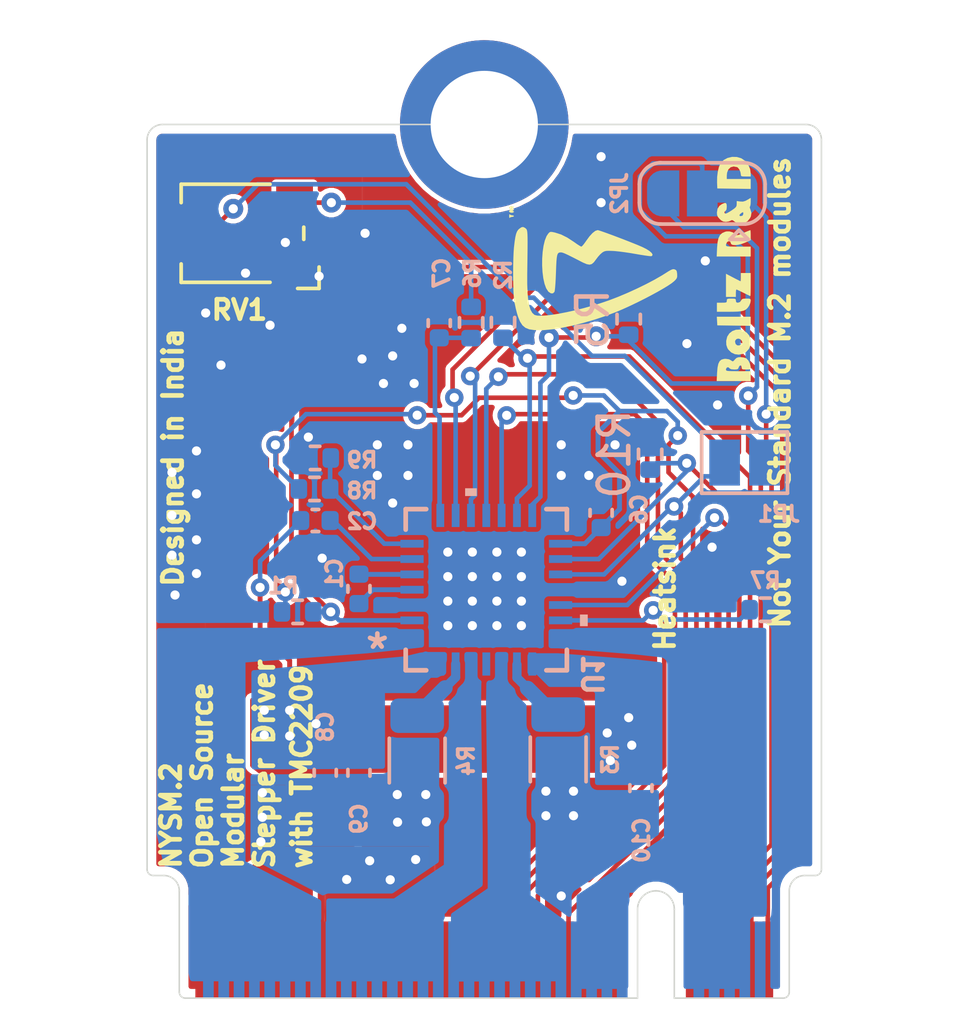
<source format=kicad_pcb>
(kicad_pcb (version 20240108) (generator "pcbnew") (generator_version "8.0")
  (title_block (title "NYSM.2 TMC2209 Module with External Sense Resistors") (date "2024-11-08") (rev "3") (company "Boltz R&D") (comment 1 "Licensed under GPL V3") (comment 2 "Open Source Modular Stepper Standard"))
  (layers (0 "F.Cu" signal) (31 "B.Cu" signal) (34 "B.Paste" user) (35 "F.Paste" user) (36 "B.SilkS" user "B.Silkscreen") (37 "F.SilkS" user "F.Silkscreen") (38 "B.Mask" user) (39 "F.Mask" user) (44 "Edge.Cuts" user))
  (net 0 "")
  (net 1 "Net-(U1-CPO)")
  (net 2 "Net-(U1-CPI)")
  (net 3 "Net-(U1-VCP)")
  (net 4 "POW_MOT")
  (net 5 "VCC_IO")
  (net 6 "GND")
  (net 7 "5V_OUT")
  (net 8 "EN")
  (net 9 "CLK")
  (net 10 "Net-(R6-Pad2)")
  (net 11 "STDBY")
  (net 12 "SPREAD")
  (net 13 "DIAG")
  (net 14 "MS1")
  (net 15 "A2")
  (net 17 "A1")
  (net 18 "DIR")
  (net 19 "STEP")
  (net 20 "MS2")
  (net 21 "B1")
  (net 22 "INDEX")
  (net 23 "B2")
  (net 25 "Net-(JP1-A)")
  (net 26 "__VREF__")
  (net 28 "UART_TX")
  (net 29 "UART_RX")
  (net 32 "Net-(JP2-C)")
  (net 33 "Net-(U1-BRA)")
  (net 34 "Net-(U1-BRB)")
  (net 35 "SPREAD_NC")
  (footprint "Logo:BoltzRndLogo10mm" (layer "F.Cu") (at 149.490304 106.9492 90)
    (property "Reference" "G***" (hide yes))
    (property "Value" "LOGO" (hide yes))
  )
  (footprint "NYSM2-Card-B-Key:NYSM2-Card-B-Key" (layer "F.Cu") (at 144.78 130.9)
    (property "Reference" "U2" (hide yes))
    (property "Value" "M.2-B-KEY" (hide yes))
    (fp_line (start -11 -28) (end -11 -4.2) (stroke (width 0.05)) (layer "Edge.Cuts"))
    (fp_line (start -10.8 -4) (end -10.45 -4) (stroke (width 0.05)) (layer "Edge.Cuts"))
    (fp_line (start -9.95 -3.5) (end -9.95 -0.2) (stroke (width 0.05)) (layer "Edge.Cuts"))
    (fp_line (start -9.75 0) (end 5 0) (stroke (width 0.05)) (layer "Edge.Cuts"))
    (fp_line (start 5 -2.9) (end 5 0) (stroke (width 0.05)) (layer "Edge.Cuts"))
    (fp_line (start 6.2 -2.9) (end 6.2 0) (stroke (width 0.05)) (layer "Edge.Cuts"))
    (fp_line (start 6.2 0) (end 9.75 0) (stroke (width 0.05)) (layer "Edge.Cuts"))
    (fp_line (start 9.95 -0.2) (end 9.95 -3.5) (stroke (width 0.05)) (layer "Edge.Cuts"))
    (fp_line (start 10.45 -4) (end 10.8 -4) (stroke (width 0.05)) (layer "Edge.Cuts"))
    (fp_line (start 10.5 -28.5) (end -10.5 -28.5) (stroke (width 0.05)) (layer "Edge.Cuts"))
    (fp_line (start 11 -4.2) (end 11 -28) (stroke (width 0.05)) (layer "Edge.Cuts"))
    (fp_arc (start -11 -28) (mid -10.853553 -28.353553) (end -10.5 -28.5) (stroke (width 0.05)) (layer "Edge.Cuts"))
    (fp_arc (start -10.8 -4) (mid -10.941421 -4.058579) (end -11 -4.2) (stroke (width 0.05)) (layer "Edge.Cuts"))
    (fp_arc (start -10.45 -4) (mid -10.096447 -3.853553) (end -9.95 -3.5) (stroke (width 0.05)) (layer "Edge.Cuts"))
    (fp_arc (start -9.75 0) (mid -9.891421 -0.058579) (end -9.95 -0.2) (stroke (width 0.05)) (layer "Edge.Cuts"))
    (fp_arc (start 5 -2.9) (mid 5.175736 -3.324264) (end 5.6 -3.5) (stroke (width 0.05)) (layer "Edge.Cuts"))
    (fp_arc (start 5.6 -3.5) (mid 6.024264 -3.324264) (end 6.2 -2.9) (stroke (width 0.05)) (layer "Edge.Cuts"))
    (fp_arc (start 9.95 -3.5) (mid 10.096447 -3.853553) (end 10.45 -4) (stroke (width 0.05)) (layer "Edge.Cuts"))
    (fp_arc (start 9.95 -0.2) (mid 9.891421 -0.058579) (end 9.75 0) (stroke (width 0.05)) (layer "Edge.Cuts"))
    (fp_arc (start 10.5 -28.5) (mid 10.853553 -28.353553) (end 11 -28) (stroke (width 0.05)) (layer "Edge.Cuts"))
    (fp_arc (start 11 -4.2) (mid 10.941421 -4.058579) (end 10.8 -4) (stroke (width 0.05)) (layer "Edge.Cuts"))
  )
  (footprint "Potentiometer_SMD:Potentiometer_Bourns_TC33X_Vertical" (layer "F.Cu") (at 136.7914 105.9492 180)
    (property "Reference" "RV1")
    (property "Value" "20K")
  )
  (footprint "Resistor_SMD:R_0402_1005Metric" (layer "B.Cu") (at 149.4914 108.7492 -90)
    (property "Reference" "R5")
    (property "Value" "20K")
  )
  (footprint "Resistor_SMD:R_0402_1005Metric" (layer "B.Cu") (at 139.2614 113.2792)
    (property "Reference" "R9")
    (property "Value" "NC")
  )
  (footprint "Resistor_SMD:R_0402_1005Metric" (layer "B.Cu") (at 150.1914 113.1492 -90)
    (property "Reference" "R10")
    (property "Value" "20K")
  )
  (footprint "Capacitor_SMD:C_0402_1005Metric" (layer "B.Cu") (at 140.6914 123.5492 -90)
    (property "Reference" "C9")
    (property "Value" "100nF/50V")
  )
  (footprint "Capacitor_SMD:C_0402_1005Metric" (layer "B.Cu") (at 140.6914 117.5492 90)
    (property "Reference" "C1")
    (property "Value" "22nF/50V")
  )
  (footprint "Resistor_SMD:R_1206_3216Metric" (layer "B.Cu") (at 147.1914 123.1117 90)
    (property "Reference" "R3")
    (property "Value" "0R100")
  )
  (footprint "Resistor_SMD:R_0402_1005Metric" (layer "B.Cu") (at 144.3514 108.8592 90)
    (property "Reference" "R6")
    (property "Value" "20K")
  )
  (footprint "Capacitor_SMD:C_0402_1005Metric" (layer "B.Cu") (at 149.8914 124.0492 -90)
    (property "Reference" "C10")
    (property "Value" "100nF/50V")
  )
  (footprint "Resistor_SMD:R_0402_1005Metric" (layer "B.Cu") (at 138.6914 118.2992)
    (property "Reference" "R1")
    (property "Value" "20K")
  )
  (footprint "Resistor_SMD:R_0402_1005Metric" (layer "B.Cu") (at 145.3914 108.8492 -90)
    (property "Reference" "R2")
    (property "Value" "20K")
  )
  (footprint "Resistor_SMD:R_1206_3216Metric" (layer "B.Cu") (at 142.5914 123.1492 90)
    (property "Reference" "R4")
    (property "Value" "0R100")
  )
  (footprint "Resistor_SMD:R_0402_1005Metric" (layer "B.Cu") (at 139.2414 114.2892 180)
    (property "Reference" "R8")
    (property "Value" "NC")
  )
  (footprint "TMC2209:QFN28_5X5_TRI" (layer "B.Cu") (at 144.8459 117.5766)
    (property "Reference" "U1")
    (property "Value" "TMC2209")
  )
  (footprint "Capacitor_SMD:C_0402_1005Metric" (layer "B.Cu") (at 139.5914 123.5492 -90)
    (property "Reference" "C8")
    (property "Value" "1uF/50V")
  )
  (footprint "Resistor_SMD:R_0402_1005Metric" (layer "B.Cu") (at 153.9514 118.2292 180)
    (property "Reference" "R7")
    (property "Value" "100K")
  )
  (footprint "Jumper:SolderJumper-3_P1.3mm_Bridged12_RoundedPad1.0x1.5mm" (layer "B.Cu") (at 151.8914 104.6492 180)
    (property "Reference" "JP2")
    (property "Value" "UARTSel")
  )
  (footprint "Capacitor_SMD:C_0402_1005Metric" (layer "B.Cu") (at 143.3114 108.8792 -90)
    (property "Reference" "C7")
    (property "Value" "4.7uF 10V")
  )
  (footprint "Capacitor_SMD:C_0402_1005Metric" (layer "B.Cu") (at 139.2714 115.3192 180)
    (property "Reference" "C2")
    (property "Value" "100nF/50V")
  )
  (footprint "Jumper:SolderJumper-2_P1.3mm_Open_Pad1.0x1.5mm" (layer "B.Cu") (at 153.2714 113.4292 180)
    (property "Reference" "JP1")
    (property "Value" "~")
  )
  (footprint "Capacitor_SMD:C_0402_1005Metric" (layer "B.Cu") (at 148.5914 115.0692 -90)
    (property "Reference" "C6")
    (property "Value" "100nF/50V")
  )
  (gr_text "Heatsink" (at 151.0414 119.6492 90) (layer "F.SilkS") (effects (font (size 0.63 0.63) (thickness 0.153) (bold yes)) (justify left bottom)))
  (gr_text "with TMC2209" (at 139.1914 126.7492 90) (layer "F.SilkS") (effects (font (size 0.63 0.63) (thickness 0.153) (bold yes)) (justify left bottom)))
  (gr_text "NYSM.2\nOpen Source\nModular\nStepper Driver" (at 137.9714 126.7492 90) (layer "F.SilkS") (effects (font (size 0.63 0.63) (thickness 0.153) (bold yes)) (justify left bottom)))
  (gr_text "Not Your Standard M.2 modules" (at 154.7914 111.1492 90) (layer "F.SilkS") (effects (font (size 0.63 0.63) (thickness 0.153) (bold yes)) (justify bottom)))
  (gr_text "Designed in India" (at 134.9914 117.5492 90) (layer "F.SilkS") (effects (font (size 0.63 0.63) (thickness 0.153) (bold yes)) (justify left bottom)))
  (segment (start 141.144 117.5766) (end 142.4226 117.5766) (width 0.16) (layer "B.Cu") (net 1))
  (segment (start 140.6914 118.0292) (end 141.144 117.5766) (width 0.16) (layer "B.Cu") (net 1))
  (segment (start 140.698801 117.076601) (end 140.6914 117.0692) (width 0.16) (layer "B.Cu") (net 2))
  (segment (start 142.4226 117.076601) (end 140.698801 117.076601) (width 0.16) (layer "B.Cu") (net 2))
  (segment (start 142.4226 116.576599) (end 141.104553 116.576599) (width 0.15) (layer "B.Cu") (net 3))
  (segment (start 139.847154 115.3192) (end 139.7514 115.3192) (width 0.15) (layer "B.Cu") (net 3))
  (segment (start 141.104553 116.576599) (end 139.847154 115.3192) (width 0.15) (layer "B.Cu") (net 3))
  (segment (start 138.4314 119.8892) (end 138.4314 121.5092) (width 0.16) (layer "F.Cu") (net 4))
  (segment (start 137.4664 117.50259) (end 137.4664 118.9242) (width 0.16) (layer "F.Cu") (net 4))
  (segment (start 137.4664 118.9242) (end 138.4314 119.8892) (width 0.16) (layer "F.Cu") (net 4))
  (via (at 149.4914 121.7492) (size 0.65) (drill 0.3) (layers "F.Cu" "B.Cu") (net 4))
  (via (at 138.4314 121.5092) (size 0.6) (drill 0.3) (layers "F.Cu" "B.Cu") (net 4))
  (via (at 148.7914 122.2492) (size 0.65) (drill 0.3) (layers "F.Cu" "B.Cu") (net 4))
  (via (at 137.4664 117.50259) (size 0.6) (drill 0.3) (layers "F.Cu" "B.Cu") (net 4))
  (via (at 138.4314 122.3492) (size 0.6) (drill 0.3) (layers "F.Cu" "B.Cu") (net 4))
  (via (at 137.6014 122.3192) (size 0.6) (drill 0.3) (layers "F.Cu" "B.Cu") (net 4))
  (via (at 148.8914 123.1492) (size 0.65) (drill 0.3) (layers "F.Cu" "B.Cu") (net 4))
  (via (at 139.2914 121.9492) (size 0.6) (drill 0.3) (layers "F.Cu" "B.Cu") (net 4))
  (via (at 149.5914 122.6492) (size 0.65) (drill 0.3) (layers "F.Cu" "B.Cu") (net 4))
  (via (at 137.6014 121.5092) (size 0.6) (drill 0.3) (layers "F.Cu" "B.Cu") (net 4))
  (segment (start 137.4664 116.6442) (end 138.7914 115.3192) (width 0.15) (layer "B.Cu") (net 4))
  (segment (start 137.4664 117.50259) (end 137.4664 116.6442) (width 0.15) (layer "B.Cu") (net 4))
  (segment (start 137.9664 112.8492) (end 137.9914 112.8742) (width 0.15) (layer "F.Cu") (net 5))
  (segment (start 150.7914 113.7492) (end 151.5914 114.5492) (width 0.15) (layer "F.Cu") (net 5))
  (segment (start 151.5914 116.4192) (end 152.0514 116.8792) (width 0.15) (layer "F.Cu") (net 5))
  (segment (start 152.0514 123.613464) (end 147.53 128.134864) (width 0.15) (layer "F.Cu") (net 5))
  (segment (start 147.53 128.134864) (end 147.53 129.65) (width 0.15) (layer "F.Cu") (net 5))
  (segment (start 137.9914 112.8742) (end 137.9914 117.3492) (width 0.15) (layer "F.Cu") (net 5))
  (segment (start 144.609573 111.3142) (end 147.6064 111.3142) (width 0.15) (layer "F.Cu") (net 5))
  (segment (start 151.0914 112.5492) (end 150.7914 112.8492) (width 0.15) (layer "F.Cu") (net 5))
  (segment (start 142.5914 111.8842) (end 144.039573 111.8842) (width 0.15) (layer "F.Cu") (net 5))
  (segment (start 150.7914 112.8492) (end 150.7914 113.7492) (width 0.15) (layer "F.Cu") (net 5))
  (segment (start 137.9914 117.3492) (end 138.2914 117.6492) (width 0.15) (layer "F.Cu") (net 5))
  (segment (start 144.039573 111.8842) (end 144.609573 111.3142) (width 0.15) (layer "F.Cu") (net 5))
  (segment (start 151.5914 114.5492) (end 151.5914 116.4192) (width 0.15) (layer "F.Cu") (net 5))
  (segment (start 152.0514 116.8792) (end 152.0514 123.613464) (width 0.15) (layer "F.Cu") (net 5))
  (segment (start 147.6064 111.3142) (end 147.6814 111.2392) (width 0.15) (layer "F.Cu") (net 5))
  (via (at 147.6814 111.2392) (size 0.6) (drill 0.3) (layers "F.Cu" "B.Cu") (net 5))
  (via (at 137.9664 112.8492) (size 0.6) (drill 0.3) (layers "F.Cu" "B.Cu") (net 5))
  (via (at 151.0914 112.5492) (size 0.6) (drill 0.3) (layers "F.Cu" "B.Cu") (net 5))
  (via (at 142.5914 111.8842) (size 0.6) (drill 0.3) (layers "F.Cu" "B.Cu") (net 5))
  (via (at 138.2914 117.6492) (size 0.6) (drill 0.3) (layers "F.Cu" "B.Cu") (net 5))
  (segment (start 150.7414 111.7492) (end 151.0914 112.0992) (width 0.15) (layer "B.Cu") (net 5))
  (segment (start 138.2914 117.6492) (end 138.2914 118.1892) (width 0.15) (layer "B.Cu") (net 5))
  (segment (start 148.6814 111.2392) (end 147.6814 111.2392) (width 0.15) (layer "B.Cu") (net 5))
  (segment (start 138.2914 118.1892) (end 138.1814 118.2992) (width 0.15) (layer "B.Cu") (net 5))
  (segment (start 149.1914 111.7492) (end 148.6814 111.2392) (width 0.15) (layer "B.Cu") (net 5))
  (segment (start 148.4914 112.4492) (end 148.4914 113.079089) (width 0.16) (layer "B.Cu") (net 5))
  (segment (start 137.9664 112.8492) (end 138.9664 111.8492) (width 0.15) (layer "B.Cu") (net 5))
  (segment (start 149.1914 111.7492) (end 150.7414 111.7492) (width 0.15) (layer "B.Cu") (net 5))
  (segment (start 137.9664 113.5242) (end 138.7314 114.2892) (width 0.15) (layer "B.Cu") (net 5))
  (segment (start 149.1914 114.9492) (end 148.5914 115.5492) (width 0.16) (layer "B.Cu") (net 5))
  (segment (start 147.2692 116.0766) (end 148.064 116.0766) (width 0.16) (layer "B.Cu") (net 5))
  (segment (start 137.9664 112.8492) (end 137.9664 113.5242) (width 0.15) (layer "B.Cu") (net 5))
  (segment (start 142.5564 111.8492) (end 142.5914 111.8842) (width 0.15) (layer "B.Cu") (net 5))
  (segment (start 149.1914 113.779089) (end 149.1914 114.9492) (width 0.16) (layer "B.Cu") (net 5))
  (segment (start 148.064 116.0766) (end 148.5914 115.5492) (width 0.16) (layer "B.Cu") (net 5))
  (segment (start 151.0914 112.0992) (end 151.0914 112.5492) (width 0.15) (layer "B.Cu") (net 5))
  (segment (start 148.4914 113.079089) (end 149.1914 113.779089) (width 0.16) (layer "B.Cu") (net 5))
  (segment (start 138.9664 111.8492) (end 142.5564 111.8492) (width 0.15) (layer "B.Cu") (net 5))
  (segment (start 149.1914 111.7492) (end 148.4914 112.4492) (width 0.16) (layer "B.Cu") (net 5))
  (segment (start 147.03 127.82907) (end 147.03 129.65) (width 0.15) (layer "F.Cu") (net 6))
  (segment (start 152.4014 116.3792) (end 152.4014 123.747771) (width 0.15) (layer "F.Cu") (net 6))
  (segment (start 147.2914 127.56767) (end 147.03 127.82907) (width 0.15) (layer "F.Cu") (net 6))
  (segment (start 148.03 128.119171) (end 148.03 129.65) (width 0.15) (layer "F.Cu") (net 6))
  (segment (start 152.2114 116.1892) (end 152.4014 116.3792) (width 0.15) (layer "F.Cu") (net 6))
  (segment (start 152.4014 123.747771) (end 148.03 128.119171) (width 0.15) (layer "F.Cu") (net 6))
  (via (at 147.6914 124.9492) (size 0.65) (drill 0.3) (layers "F.Cu" "B.Cu") (net 6))
  (via (at 139.3914 107.3492) (size 0.6) (drill 0.3) (layers "F.Cu" "B.Cu") (net 6))
  (via (at 147.2914 112.8492) (size 0.6) (drill 0.3) (layers "F.Cu" "B.Cu") (net 6))
  (via (at 147.6914 124.1492) (size 0.65) (drill 0.3) (layers "F.Cu" "B.Cu") (net 6))
  (via (at 142.8714 124.2592) (size 0.65) (drill 0.3) (layers "F.Cu" "B.Cu") (net 6))
  (via (at 141.0414 126.4192) (size 0.6) (drill 0.3) (layers "F.Cu" "B.Cu") (net 6))
  (via (at 139.4914 116.5492) (size 0.65) (drill 0.3) (layers "F.Cu" "B.Cu") (net 6))
  (via (at 148.5914 103.4492) (size 0.6) (drill 0.3) (layers "F.Cu" "B.Cu") (net 6))
  (via (at 142.5414 126.3792) (size 0.6) (drill 0.3) (layers "F.Cu" "B.Cu") (net 6))
  (via (at 141.9514 125.1592) (size 0.65) (drill 0.3) (layers "F.Cu" "B.Cu") (net 6))
  (via (at 145.1914 116.3492) (size 0.65) (drill 0.3) (layers "F.Cu" "B.Cu") (net 6))
  (via (at 142.8914 125.1492) (size 0.65) (drill 0.3) (layers "F.Cu" "B.Cu") (net 6))
  (via (at 142.4914 110.8492) (size 0.6) (drill 0.3) (layers "F.Cu" "B.Cu") (net 6))
  (via (at 137.5414 124.1992) (size 0.6) (drill 0.3) (layers "F.Cu" "B.Cu") (net 6))
  (via (at 143.5914 118.7492) (size 0.65) (drill 0.3) (layers "F.Cu" "B.Cu") (net 6))
  (via (at 145.9914 116.3492) (size 0.65) (drill 0.3) (layers "F.Cu" "B.Cu") (net 6))
  (via (at 141.7914 114.7492) (size 0.6) (drill 0.3) (layers "F.Cu" "B.Cu") (net 6))
  (via (at 145.1914 117.1492) (size 0.65) (drill 0.3) (layers "F.Cu" "B.Cu") (net 6))
  (via (at 134.5914 116.4492) (size 0.6) (drill 0.3) (layers "F.Cu" "B.Cu") (net 6))
  (via (at 147.2914 113.8492) (size 0.6) (drill 0.3) (layers "F.Cu" "B.Cu") (net 6))
  (via (at 141.7114 127.0392) (size 0.6) (drill 0.3) (layers "F.Cu" "B.Cu") (net 6))
  (via (at 135.3914 117.0492) (size 0.65) (drill 0.3) (layers "F.Cu" "B.Cu") (net 6))
  (via (at 148.5914 104.9492) (size 0.65) (drill 0.3) (layers "F.Cu" "B.Cu") (net 6))
  (via (at 141.9414 124.2592) (size 0.65) (drill 0.3) (layers "F.Cu" "B.Cu") (net 6))
  (via (at 138.2914 106.2492) (size 0.6) (drill 0.3) (layers "F.Cu" "B.Cu") (net 6))
  (via (at 146.7914 124.1492) (size 0.65) (drill 0.3) (layers "F.Cu" "B.Cu") (net 6))
  (via (at 134.6914 117.7492) (size 0.6) (drill 0.3) (layers "F.Cu" "B.Cu") (net 6))
  (via (at 147.2914 127.56767) (size 0.6) (drill 0.3) (layers "F.Cu" "B.Cu") (net 6))
  (via (at 137.5414 124.9992) (size 0.6) (drill 0.3) (layers "F.Cu" "B.Cu") (net 6))
  (via (at 141.2914 112.8492) (size 0.6) (drill 0.3) (layers "F.Cu" "B.Cu") (net 6))
  (via (at 151.9914 106.8492) (size 0.65) (drill 0.3) (layers "F.Cu" "B.Cu") (net 6))
  (via (at 142.0914 109.0492) (size 0.6) (drill 0.3) (layers "F.Cu" "B.Cu") (net 6))
  (via (at 145.1914 117.9492) (size 0.65) (drill 0.3) (layers "F.Cu" "B.Cu") (net 6))
  (via (at 136.9914 107.2492) (size 0.6) (drill 0.3) (layers "F.Cu" "B.Cu") (net 6))
  (via (at 135.3914 115.9492) (size 0.65) (drill 0.3) (layers "F.Cu" "B.Cu") (net 6))
  (via (at 140.7914 110.0492) (size 0.65) (drill 0.3) (layers "F.Cu" "B.Cu") (net 6))
  (via (at 136.1914 110.2492) (size 0.6) (drill 0.3) (layers "F.Cu" "B.Cu") (net 6))
  (via (at 140.2914 127.0292) (size 0.6) (drill 0.3) (layers "F.Cu" "B.Cu") (net 6))
  (via (at 144.3914 118.7492) (size 0.65) (drill 0.3) (layers "F.Cu" "B.Cu") (net 6))
  (via (at 152.2114 116.1892) (size 0.6) (drill 0.3) (layers "F.Cu" "B.Cu") (net 6))
  (via (at 145.9914 117.1492) (size 0.65) (drill 0.3) (layers "F.Cu" "B.Cu") (net 6))
  (via (at 146.7914 124.9492) (size 0.65) (drill 0.3) (layers "F.Cu" "B.Cu") (net 6))
  (via (at 149.0464 112.8492) (size 0.65) (drill 0.3) (layers "F.Cu" "B.Cu") (net 6))
  (via (at 141.2914 113.8492) (size 0.6) (drill 0.3) (layers "F.Cu" "B.Cu") (net 6))
  (via (at 148.1914 113.8492) (size 0.65) (drill 0.3) (layers "F.Cu" "B.Cu") (net 6))
  (via (at 144.3914 117.9492) (size 0.65) (drill 0.3) (layers "F.Cu" "B.Cu") (net 6))
  (via (at 137.7914 108.9492) (size 0.6) (drill 0.3) (layers "F.Cu" "B.Cu") (net 6))
  (via (at 151.3914 109.5492) (size 0.65) (drill 0.3) (layers "F.Cu" "B.Cu") (net 6))
  (via (at 135.6914 108.5492) (size 0.6) (drill 0.3) (layers "F.Cu" "B.Cu") (net 6))
  (via (at 135.3914 114.4492) (size 0.65) (drill 0.3) (layers "F.Cu" "B.Cu") (net 6))
  (via (at 145.9914 117.9492) (size 0.65) (drill 0.3) (layers "F.Cu" "B.Cu") (net 6))
  (via (at 152.3914 111.5492) (size 0.65) (drill 0.3) (layers "F.Cu" "B.Cu") (net 6))
  (via (at 135.3914 113.0492) (size 0.6) (drill 0.3) (layers "F.Cu" "B.Cu") (net 6))
  (via (at 144.3914 117.1492) (size 0.65) (drill 0.3) (layers "F.Cu" "B.Cu") (net 6))
  (via (at 143.5914 116.3492) (size 0.65) (drill 0.3) (layers "F.Cu" "B.Cu") (net 6))
  (via (at 142.2914 113.8492) (size 0.6) (drill 0.3) (layers "F.Cu" "B.Cu") (net 6))
  (via (at 143.5914 117.1492) (size 0.65) (drill 0.3) (layers "F.Cu" "B.Cu") (net 6))
  (via (at 141.4914 110.8492) (size 0.6) (drill 0.3) (layers "F.Cu" "B.Cu") (net 6))
  (via (at 137.4914 125.7992) (size 0.6) (drill 0.3) (layers "F.Cu" "B.Cu") (net 6))
  (via (at 143.5914 117.9492) (size 0.65) (drill 0.3) (layers "F.Cu" "B.Cu") (net 6))
  (via (at 145.9914 118.7492) (size 0.65) (drill 0.3) (layers "F.Cu" "B.Cu") (net 6))
  (via (at 139.0414 112.5992) (size 0.6) (drill 0.3) (layers "F.Cu" "B.Cu") (net 6))
  (via (at 145.1914 118.7492) (size 0.65) (drill 0.3) (layers "F.Cu" "B.Cu") (net 6))
  (via (at 134.5914 113.7492) (size 0.6) (drill 0.3) (layers "F.Cu" "B.Cu") (net 6))
  (via (at 144.3914 116.3492) (size 0.65) (drill 0.3) (layers "F.Cu" "B.Cu") (net 6))
  (via (at 140.8914 105.9492) (size 0.6) (drill 0.3) (layers "F.Cu" "B.Cu") (net 6))
  (via (at 142.2914 112.8492) (size 0.6) (drill 0.3) (layers "F.Cu" "B.Cu") (net 6))
  (via (at 141.7914 109.9492) (size 0.6) (drill 0.3) (layers "F.Cu" "B.Cu") (net 6))
  (via (at 149.2714 117.2992) (size 0.6) (drill 0.3) (layers "F.Cu" "B.Cu") (net 6))
  (via (at 134.5914 115.1492) (size 0.6) (drill 0.3) (layers "F.Cu" "B.Cu") (net 6))
  (segment (start 139.0414 112.5992) (end 138.7514 112.8892) (width 0.15) (layer "B.Cu") (net 6))
  (segment (start 143.845899 118.576601) (end 144.8459 117.5766) (width 0.2) (layer "B.Cu") (net 6))
  (segment (start 149.0814 117.4892) (end 147.3566 117.4892) (width 0.15) (layer "B.Cu") (net 6))
  (segment (start 149.2564 112.6392) (end 150.1914 112.6392) (width 0.16) (layer "B.Cu") (net 6))
  (segment (start 147.3566 117.4892) (end 147.2692 117.5766) (width 0.15) (layer "B.Cu") (net 6))
  (segment (start 149.2714 117.2992) (end 149.0814 117.4892) (width 0.15) (layer "B.Cu") (net 6))
  (segment (start 138.7514 112.8892) (end 138.7514 113.2792) (width 0.15) (layer "B.Cu") (net 6))
  (segment (start 154.4614 118.2292) (end 154.4614 117.2492) (width 0.15) (layer "B.Cu") (net 6))
  (segment (start 149.0464 112.8492) (end 149.2564 112.6392) (width 0.16) (layer "B.Cu") (net 6))
  (segment (start 153.4014 116.1892) (end 152.2114 116.1892) (width 0.15) (layer "B.Cu") (net 6))
  (segment (start 154.4614 117.2492) (end 153.4014 116.1892) (width 0.15) (layer "B.Cu") (net 6))
  (segment (start 147.2914 127.56767) (end 147.2914 127.636054) (width 0.15) (layer "B.Cu") (net 6))
  (segment (start 147.2914 127.636054) (end 147.105 127.822454) (width 0.15) (layer "B.Cu") (net 6))
  (segment (start 143.3214 111.9492) (end 143.1714 111.7992) (width 0.15) (layer "B.Cu") (net 7))
  (segment (start 143.3214 115.1288) (end 143.3214 111.9492) (width 0.15) (layer "B.Cu") (net 7))
  (segment (start 144.3414 109.3592) (end 144.3514 109.3692) (width 0.15) (layer "B.Cu") (net 7))
  (segment (start 143.1714 111.7992) (end 143.1714 109.4992) (width 0.15) (layer "B.Cu") (net 7))
  (segment (start 143.1714 109.4992) (end 143.3114 109.3592) (width 0.15) (layer "B.Cu") (net 7))
  (segment (start 143.3114 109.3592) (end 144.3414 109.3592) (width 0.15) (layer "B.Cu") (net 7))
  (segment (start 143.3459 115.1533) (end 143.3214 115.1288) (width 0.15) (layer "B.Cu") (net 7))
  (segment (start 142.8914 107.0492) (end 151.2914 107.0492) (width 0.15) (layer "F.Cu") (net 8))
  (segment (start 139.7714 118.2992) (end 138.4914 117.0192) (width 0.15) (layer "F.Cu") (net 8))
  (segment (start 151.2914 107.0492) (end 155.205 110.9628) (width 0.15) (layer "F.Cu") (net 8))
  (segment (start 155.205 126.1356) (end 154.03 127.3106) (width 0.15) (layer "F.Cu") (net 8))
  (segment (start 138.4914 112.085596) (end 138.511684 112.065312) (width 0.15) (layer "F.Cu") (net 8))
  (segment (start 138.511684 111.428916) (end 142.8914 107.0492) (width 0.15) (layer "F.Cu") (net 8))
  (segment (start 138.511684 112.065312) (end 138.511684 111.428916) (width 0.15) (layer "F.Cu") (net 8))
  (segment (start 154.03 127.3106) (end 154.03 129.65) (width 0.15) (layer "F.Cu") (net 8))
  (segment (start 155.205 110.9628) (end 155.205 126.1356) (width 0.15) (layer "F.Cu") (net 8))
  (segment (start 138.4914 117.0192) (end 138.4914 112.085596) (width 0.15) (layer "F.Cu") (net 8))
  (via (at 139.7714 118.2992) (size 0.6) (drill 0.3) (layers "F.Cu" "B.Cu") (net 8))
  (segment (start 142.4226 118.576601) (end 140.048801 118.576601) (width 0.15) (layer "B.Cu") (net 8))
  (segment (start 140.048801 118.576601) (end 139.7714 118.2992) (width 0.15) (layer "B.Cu") (net 8))
  (segment (start 139.7714 118.2992) (end 139.2014 118.2992) (width 0.15) (layer "B.Cu") (net 8))
  (segment (start 153.4514 113.9092) (end 153.4514 125.740672) (width 0.15) (layer "F.Cu") (net 9))
  (segment (start 146.1914 110.0242) (end 146.2464 109.9692) (width 0.15) (layer "F.Cu") (net 9))
  (segment (start 146.2464 109.9692) (end 149.5114 109.9692) (width 0.15) (layer "F.Cu") (net 9))
  (segment (start 153.4514 125.740672) (end 151.53 127.662072) (width 0.15) (layer "F.Cu") (net 9))
  (segment (start 151.555 129.65) (end 151.53 129.65) (width 0.15) (layer "F.Cu") (net 9))
  (segment (start 149.5114 109.9692) (end 153.4514 113.9092) (width 0.15) (layer "F.Cu") (net 9))
  (segment (start 151.53 127.662072) (end 151.53 129.65) (width 0.15) (layer "F.Cu") (net 9))
  (via (at 146.1914 110.0242) (size 0.6) (drill 0.3) (layers "F.Cu" "B.Cu") (net 9))
  (segment (start 146.1914 110.0242) (end 146.2614 110.0942) (width 0.15) (layer "B.Cu") (net 9))
  (segment (start 146.2614 114.181801) (end 145.845901 114.5973) (width 0.15) (layer "B.Cu") (net 9))
  (segment (start 146.1914 110.0242) (end 146.0564 110.0242) (width 0.15) (layer "B.Cu") (net 9))
  (segment (start 146.0564 110.0242) (end 145.3914 109.3592) (width 0.15) (layer "B.Cu") (net 9))
  (segment (start 145.845901 114.5973) (end 145.845901 115.1533) (width 0.15) (layer "B.Cu") (net 9))
  (segment (start 146.2614 110.0942) (end 146.2614 114.181801) (width 0.15) (layer "B.Cu") (net 9))
  (segment (start 139.7914 104.9492) (end 138.5914 104.9492) (width 0.15) (layer "F.Cu") (net 10))
  (via (at 139.7914 104.9492) (size 0.65) (drill 0.3) (layers "F.Cu" "B.Cu") (net 10))
  (segment (start 139.7914 104.9492) (end 142.367136 104.9492) (width 0.15) (layer "B.Cu") (net 10))
  (segment (start 142.367136 104.9492) (end 144.3514 106.933464) (width 0.15) (layer "B.Cu") (net 10))
  (segment (start 144.3514 106.933464) (end 144.3514 108.3492) (width 0.15) (layer "B.Cu") (net 10))
  (segment (start 150.2914 118.2492) (end 150.6514 118.6092) (width 0.15) (layer "F.Cu") (net 11))
  (segment (start 147.918608 126.0492) (end 146.6914 126.0492) (width 0.15) (layer "F.Cu") (net 11))
  (segment (start 144.53 128.2106) (end 144.53 129.65) (width 0.15) (layer "F.Cu") (net 11))
  (segment (start 150.6514 118.6092) (end 150.6514 123.316408) (width 0.15) (layer "F.Cu") (net 11))
  (segment (start 146.6914 126.0492) (end 144.53 128.2106) (width 0.15) (layer "F.Cu") (net 11))
  (segment (start 150.6514 123.316408) (end 147.918608 126.0492) (width 0.15) (layer "F.Cu") (net 11))
  (via (at 150.2914 118.2492) (size 0.6) (drill 0.3) (layers "F.Cu" "B.Cu") (net 11))
  (segment (start 153.1214 118.5492) (end 153.4414 118.2292) (width 0.15) (layer "B.Cu") (net 11))
  (segment (start 150.2914 118.2492) (end 149.963999 118.576601) (width 0.15) (layer "B.Cu") (net 11))
  (segment (start 150.2914 118.2492) (end 150.5914 118.5492) (width 0.15) (layer "B.Cu") (net 11))
  (segment (start 150.5914 118.5492) (end 153.1214 118.5492) (width 0.15) (layer "B.Cu") (net 11))
  (segment (start 149.963999 118.576601) (end 147.2692 118.576601) (width 0.15) (layer "B.Cu") (net 11))
  (segment (start 141.5188 116.0766) (end 139.7514 114.3092) (width 0.15) (layer "B.Cu") (net 12))
  (segment (start 139.7514 114.2892) (end 139.7514 113.2992) (width 0.15) (layer "B.Cu") (net 12))
  (segment (start 142.4226 116.0766) (end 141.5188 116.0766) (width 0.15) (layer "B.Cu") (net 12))
  (segment (start 139.7514 113.2992) (end 139.7714 113.2792) (width 0.15) (layer "B.Cu") (net 12))
  (segment (start 139.7514 114.3092) (end 139.7514 114.2892) (width 0.15) (layer "B.Cu") (net 12))
  (segment (start 146.901634 126.69267) (end 148.123666 126.69267) (width 0.15) (layer "F.Cu") (net 13))
  (segment (start 150.4464 116.307373) (end 151.3514 117.212373) (width 0.15) (layer "F.Cu") (net 13))
  (segment (start 146.03 129.65) (end 146.03 127.564304) (width 0.15) (layer "F.Cu") (net 13))
  (segment (start 148.123666 126.69267) (end 151.3514 123.464936) (width 0.15) (layer "F.Cu") (net 13))
  (segment (start 151.3514 117.212373) (end 151.3514 121.8692) (width 0.15) (layer "F.Cu") (net 13))
  (segment (start 148.8914 110.5492) (end 150.4464 112.1042) (width 0.15) (layer "F.Cu") (net 13))
  (segment (start 145.3214 110.5492) (end 148.8914 110.5492) (width 0.15) (layer "F.Cu") (net 13))
  (segment (start 145.2414 110.6292) (end 145.3214 110.5492) (width 0.15) (layer "F.Cu") (net 13))
  (segment (start 146.03 127.564304) (end 146.901634 126.69267) (width 0.15) (layer "F.Cu") (net 13))
  (segment (start 151.3514 123.464936) (end 151.3514 121.8092) (width 0.15) (layer "F.Cu") (net 13))
  (segment (start 150.4464 112.1042) (end 150.4464 116.307373) (width 0.15) (layer "F.Cu") (net 13))
  (via (at 145.2414 110.6292) (size 0.6) (drill 0.3) (layers "F.Cu" "B.Cu") (net 13))
  (segment (start 145.2414 110.6292) (end 144.8459 111.0247) (width 0.15) (layer "B.Cu") (net 13))
  (segment (start 144.8459 111.0247) (end 144.8459 115.1533) (width 0.15) (layer "B.Cu") (net 13))
  (segment (start 153.4914 127.424936) (end 153.4914 129.6114) (width 0.15) (layer "F.Cu") (net 14))
  (segment (start 154.855 111.1128) (end 154.855 126.061336) (width 0.15) (layer "F.Cu") (net 14))
  (segment (start 151.0914 107.3492) (end 154.855 111.1128) (width 0.15) (layer "F.Cu") (net 14))
  (segment (start 143.8014 111.3092) (end 143.7464 111.2542) (width 0.15) (layer "F.Cu") (net 14))
  (segment (start 154.855 126.061336) (end 153.4914 127.424936) (width 0.15) (layer "F.Cu") (net 14))
  (segment (start 153.4914 129.6114) (end 153.53 129.65) (width 0.15) (layer "F.Cu") (net 14))
  (segment (start 146.7914 107.3492) (end 151.0914 107.3492) (width 0.15) (layer "F.Cu") (net 14))
  (segment (start 143.7464 111.2542) (end 143.7464 110.3942) (width 0.15) (layer "F.Cu") (net 14))
  (segment (start 143.7464 110.3942) (end 146.7914 107.3492) (width 0.15) (layer "F.Cu") (net 14))
  (via (at 143.8014 111.3092) (size 0.6) (drill 0.3) (layers "F.Cu" "B.Cu") (net 14))
  (segment (start 143.845899 115.1533) (end 143.845899 111.353699) (width 0.15) (layer "B.Cu") (net 14))
  (segment (start 143.845899 111.353699) (end 143.8014 111.3092) (width 0.15) (layer "B.Cu") (net 14))
  (segment (start 152.2914 115.2292) (end 152.4314 115.2292) (width 0.15) (layer "F.Cu") (net 18))
  (segment (start 152.7514 115.5492) (end 152.7514 123.822035) (width 0.15) (layer "F.Cu") (net 18))
  (segment (start 148.53 128.043435) (end 148.53 129.65) (width 0.15) (layer "F.Cu") (net 18))
  (segment (start 152.4314 115.2292) (end 152.7514 115.5492) (width 0.15) (layer "F.Cu") (net 18))
  (segment (start 152.7514 123.822035) (end 148.53 128.043435) (width 0.15) (layer "F.Cu") (net 18))
  (via (at 152.2914 115.2292) (size 0.6) (drill 0.3) (layers "F.Cu" "B.Cu") (net 18))
  (segment (start 152.2914 115.2292) (end 149.444001 118.076599) (width 0.15) (layer "B.Cu") (net 18))
  (segment (start 149.444001 118.076599) (end 147.2692 118.076599) (width 0.15) (layer "B.Cu") (net 18))
  (segment (start 150.002726 127.089177) (end 149.779839 127.21786) (width 0.15) (layer "F.Cu") (net 19))
  (segment (start 153.1014 123.990503) (end 150.002726 127.089177) (width 0.15) (layer "F.Cu") (net 19))
  (segment (start 149.539257 127.501343) (end 149.03 128.0106) (width 0.15) (layer "F.Cu") (net 19))
  (segment (start 149.03 128.0106) (end 149.03 129.65) (width 0.15) (layer "F.Cu") (net 19))
  (segment (start 149.779839 127.21786) (end 149.59786 127.399839) (width 0.15) (layer "F.Cu") (net 19))
  (segment (start 151.3864 113.4492) (end 153.1014 115.1642) (width 0.15) (layer "F.Cu") (net 19))
  (segment (start 149.59786 127.399839) (end 149.539257 127.501343) (width 0.15) (layer "F.Cu") (net 19))
  (segment (start 153.1014 115.1642) (end 153.1014 123.990503) (width 0.15) (layer "F.Cu") (net 19))
  (via (at 151.3864 113.4492) (size 0.6) (drill 0.3) (layers "F.Cu" "B.Cu") (net 19))
  (segment (start 150.4014 113.4492) (end 150.1914 113.6592) (width 0.15) (layer "B.Cu") (net 19))
  (segment (start 151.3864 113.704225) (end 148.514026 116.576599) (width 0.15) (layer "B.Cu") (net 19))
  (segment (start 148.514026 116.576599) (end 147.2692 116.576599) (width 0.15) (layer "B.Cu") (net 19))
  (segment (start 151.3864 113.4492) (end 150.4014 113.4492) (width 0.15) (layer "B.Cu") (net 19))
  (segment (start 151.3864 113.4492) (end 151.3864 113.704225) (width 0.15) (layer "B.Cu") (net 19))
  (segment (start 154.5014 125.990672) (end 154.5014 111.2592) (width 0.15) (layer "F.Cu") (net 20))
  (segment (start 153.03 129.65) (end 152.9914 129.6114) (width 0.15) (layer "F.Cu") (net 20))
  (segment (start 147.1914 107.7492) (end 144.3314 110.6092) (width 0.15) (layer "F.Cu") (net 20))
  (segment (start 144.3314 110.6092) (end 144.3214 110.6092) (width 0.15) (layer "F.Cu") (net 20))
  (segment (start 152.9914 129.6114) (end 152.9914 127.500672) (width 0.15) (layer "F.Cu") (net 20))
  (segment (start 154.5014 111.2592) (end 150.9914 107.7492) (width 0.15) (layer "F.Cu") (net 20))
  (segment (start 150.9914 107.7492) (end 147.1914 107.7492) (width 0.15) (layer "F.Cu") (net 20))
  (segment (start 152.9914 127.500672) (end 154.5014 125.990672) (width 0.15) (layer "F.Cu") (net 20))
  (via (at 144.3214 110.6092) (size 0.6) (drill 0.3) (layers "F.Cu" "B.Cu") (net 20))
  (segment (start 144.4814 110.7692) (end 144.3214 110.6092) (width 0.15) (layer "B.Cu") (net 20))
  (segment (start 144.345901 115.1533) (end 144.345901 114.624701) (width 0.15) (layer "B.Cu") (net 20))
  (segment (start 144.345901 114.624701) (end 144.4814 114.489202) (width 0.15) (layer "B.Cu") (net 20))
  (segment (start 144.4814 114.489202) (end 144.4814 110.7692) (width 0.15) (layer "B.Cu") (net 20))
  (segment (start 145.53 129.65) (end 145.53 127.64004) (width 0.15) (layer "F.Cu") (net 22))
  (segment (start 151.0014 117.357347) (end 150.0964 116.452347) (width 0.15) (layer "F.Cu") (net 22))
  (segment (start 148.042872 126.3492) (end 151.0014 123.390672) (width 0.15) (layer "F.Cu") (net 22))
  (segment (start 146.82084 126.3492) (end 148.042872 126.3492) (width 0.15) (layer "F.Cu") (net 22))
  (segment (start 150.0964 116.452347) (end 150.0964 112.2542) (width 0.15) (layer "F.Cu") (net 22))
  (segment (start 145.5514 111.8492) (end 145.5114 111.8892) (width 0.15) (layer "F.Cu") (net 22))
  (segment (start 150.0964 112.2542) (end 149.6914 111.8492) (width 0.15) (layer "F.Cu") (net 22))
  (segment (start 145.53 127.64004) (end 146.82084 126.3492) (width 0.15) (layer "F.Cu") (net 22))
  (segment (start 149.6914 111.8492) (end 145.5514 111.8492) (width 0.15) (layer "F.Cu") (net 22))
  (segment (start 151.0014 123.390672) (end 151.0014 117.357347) (width 0.15) (layer "F.Cu") (net 22))
  (via (at 145.5114 111.8892) (size 0.6) (drill 0.3) (layers "F.Cu" "B.Cu") (net 22))
  (segment (start 145.345899 112.054701) (end 145.345899 115.1533) (width 0.15) (layer "B.Cu") (net 22))
  (segment (start 145.5114 111.8892) (end 145.345899 112.054701) (width 0.15) (layer "B.Cu") (net 22))
  (segment (start 136.5914 105.1492) (end 135.7914 105.9492) (width 0.15) (layer "F.Cu") (net 25))
  (segment (start 135.7914 105.9492) (end 135.3414 105.9492) (width 0.15) (layer "F.Cu") (net 25))
  (via (at 136.5914 105.1492) (size 0.65) (drill 0.3) (layers "F.Cu" "B.Cu") (net 25))
  (segment (start 146.393542 108.051342) (end 145.9364 108.051342) (width 0.15) (layer "B.Cu") (net 25))
  (segment (start 153.3414 112.4492) (end 151.865664 112.4492) (width 0.15) (layer "B.Cu") (net 25))
  (segment (start 153.9214 113.4292) (end 153.9214 113.0292) (width 0.15) (layer "B.Cu") (net 25))
  (segment (start 151.865664 112.4492) (end 149.365664 109.9492) (width 0.15) (layer "B.Cu") (net 25))
  (segment (start 137.3914 104.3492) (end 136.5914 105.1492) (width 0.15) (layer "B.Cu") (net 25))
  (segment (start 153.9214 113.0292) (end 153.3414 112.4492) (width 0.15) (layer "B.Cu") (net 25))
  (segment (start 149.365664 109.9492) (end 148.2914 109.9492) (width 0.15) (layer "B.Cu") (net 25))
  (segment (start 142.234258 104.3492) (end 137.3914 104.3492) (width 0.15) (layer "B.Cu") (net 25))
  (segment (start 148.2914 109.9492) (end 146.393542 108.051342) (width 0.15) (layer "B.Cu") (net 25))
  (segment (start 145.9364 108.051342) (end 142.234258 104.3492) (width 0.15) (layer "B.Cu") (net 25))
  (segment (start 147.046609 127.04267) (end 146.53 127.559278) (width 0.15) (layer "F.Cu") (net 26))
  (segment (start 151.7014 117.067398) (end 151.7014 123.5392) (width 0.15) (layer "F.Cu") (net 26))
  (segment (start 151.7014 123.5392) (end 148.19793 127.04267) (width 0.15) (layer "F.Cu") (net 26))
  (segment (start 148.19793 127.04267) (end 147.046609 127.04267) (width 0.15) (layer "F.Cu") (net 26))
  (segment (start 146.53 127.559278) (end 146.53 129.65) (width 0.15) (layer "F.Cu") (net 26))
  (segment (start 151.1914 116.557398) (end 151.7014 117.067398) (width 0.15) (layer "F.Cu") (net 26))
  (segment (start 150.9714 114.861688) (end 151.1914 115.081688) (width 0.15) (layer "F.Cu") (net 26))
  (segment (start 151.1914 115.081688) (end 151.1914 116.557398) (width 0.15) (layer "F.Cu") (net 26))
  (via (at 150.9714 114.861688) (size 0.6) (drill 0.3) (layers "F.Cu" "B.Cu") (net 26))
  (segment (start 150.9714 114.861688) (end 150.978912 114.861688) (width 0.15) (layer "B.Cu") (net 26))
  (segment (start 148.688973 117.076601) (end 147.2692 117.076601) (width 0.15) (layer "B.Cu") (net 26))
  (segment (start 150.9714 114.861688) (end 150.903887 114.861688) (width 0.15) (layer "B.Cu") (net 26))
  (segment (start 149.713887 116.051687) (end 148.688973 117.076601) (width 0.15) (layer "B.Cu") (net 26))
  (segment (start 150.016375 115.7492) (end 149.713887 116.051687) (width 0.15) (layer "B.Cu") (net 26))
  (segment (start 151.9614 113.8792) (end 152.6414 113.8792) (width 0.15) (layer "B.Cu") (net 26))
  (segment (start 150.903887 114.861688) (end 150.016375 115.7492) (width 0.15) (layer "B.Cu") (net 26))
  (segment (start 150.978912 114.861688) (end 151.9614 113.8792) (width 0.15) (layer "B.Cu") (net 26))
  (segment (start 153.9764 111.8492) (end 153.9764 113.1342) (width 0.15) (layer "F.Cu") (net 28))
  (segment (start 154.1514 113.3092) (end 154.1514 125.8892) (width 0.15) (layer "F.Cu") (net 28))
  (segment (start 152.53 127.5106) (end 152.53 129.65) (width 0.15) (layer "F.Cu") (net 28))
  (segment (start 153.9764 113.1342) (end 154.1514 113.3092) (width 0.15) (layer "F.Cu") (net 28))
  (segment (start 154.1514 125.8892) (end 152.53 127.5106) (width 0.15) (layer "F.Cu") (net 28))
  (via (at 153.9764 111.8492) (size 0.6) (drill 0.3) (layers "F.Cu" "B.Cu") (net 28))
  (segment (start 153.9764 105.4342) (end 153.1914 104.6492) (width 0.15) (layer "B.Cu") (net 28))
  (segment (start 153.9764 111.8492) (end 153.9764 105.4342) (width 0.15) (layer "B.Cu") (net 28))
  (segment (start 152.03 127.586336) (end 152.03 129.65) (width 0.15) (layer "F.Cu") (net 29))
  (segment (start 153.8014 113.4592) (end 153.8014 125.814936) (width 0.15) (layer "F.Cu") (net 29))
  (segment (start 153.3914 111.2492) (end 153.3914 113.0492) (width 0.15) (layer "F.Cu") (net 29))
  (segment (start 153.8014 125.814936) (end 152.03 127.586336) (width 0.15) (layer "F.Cu") (net 29))
  (segment (start 153.3914 113.0492) (end 153.8014 113.4592) (width 0.15) (layer "F.Cu") (net 29))
  (via (at 153.3914 111.2492) (size 0.6) (drill 0.3) (layers "F.Cu" "B.Cu") (net 29))
  (segment (start 152.9914 105.7492) (end 151.2914 105.7492) (width 0.15) (layer "B.Cu") (net 29))
  (segment (start 153.3914 111.2492) (end 153.6764 110.9642) (width 0.15) (layer "B.Cu") (net 29))
  (segment (start 153.6764 106.4342) (end 152.9914 105.7492) (width 0.15) (layer "B.Cu") (net 29))
  (segment (start 150.5914 105.0492) (end 150.5914 104.6492) (width 0.15) (layer "B.Cu") (net 29))
  (segment (start 153.6764 110.9642) (end 153.6764 106.4342) (width 0.15) (layer "B.Cu") (net 29))
  (segment (start 151.2914 105.7492) (end 150.5914 105.0492) (width 0.15) (layer "B.Cu") (net 29))
  (segment (start 146.8914 109.3492) (end 148.3914 109.3492) (width 0.15) (layer "F.Cu") (net 32))
  (segment (start 148.3914 109.3492) (end 148.430309 109.310291) (width 0.15) (layer "F.Cu") (net 32))
  (via (at 148.430309 109.310291) (size 0.65) (drill 0.3) (layers "F.Cu" "B.Cu") (net 32))
  (via (at 146.8914 109.3492) (size 0.65) (drill 0.3) (layers "F.Cu" "B.Cu") (net 32))
  (segment (start 153.3764 106.6342) (end 152.7914 106.0492) (width 0.15) (layer "B.Cu") (net 32))
  (segment (start 148.430309 109.310291) (end 149.352491 109.310291) (width 0.15) (layer "B.Cu") (net 32))
  (segment (start 146.8914 110.5492) (end 146.6114 110.8292) (width 0.15) (layer "B.Cu") (net 32))
  (segment (start 149.856309 105.20192) (end 149.856309 104.09648) (width 0.15) (layer "B.Cu") (net 32))
  (segment (start 146.6114 114.5392) (end 146.3459 114.8047) (width 0.15) (layer "B.Cu") (net 32))
  (segment (start 149.352491 109.310291) (end 150.8914 110.8492) (width 0.15) (layer "B.Cu") (net 32))
  (segment (start 153.3764 110.4642) (end 153.3764 106.6342) (width 0.15) (layer "B.Cu") (net 32))
  (segment (start 152.9914 110.8492) (end 153.3764 110.4642) (width 0.15) (layer "B.Cu") (net 32))
  (segment (start 151.8914 103.7492) (end 151.8914 104.6492) (width 0.15) (layer "B.Cu") (net 32))
  (segment (start 152.7914 106.0492) (end 150.703589 106.0492) (width 0.15) (layer "B.Cu") (net 32))
  (segment (start 146.6114 110.8292) (end 146.6114 114.5392) (width 0.15) (layer "B.Cu") (net 32))
  (segment (start 146.3459 114.8047) (end 146.3459 115.1533) (width 0.15) (layer "B.Cu") (net 32))
  (segment (start 151.8114 103.6692) (end 151.8914 103.7492) (width 0.15) (layer "B.Cu") (net 32))
  (segment (start 146.8914 109.3492) (end 146.8914 110.5492) (width 0.15) (layer "B.Cu") (net 32))
  (segment (start 149.856309 104.09648) (end 150.283589 103.6692) (width 0.15) (layer "B.Cu") (net 32))
  (segment (start 150.703589 106.0492) (end 149.856309 105.20192) (width 0.15) (layer "B.Cu") (net 32))
  (segment (start 150.283589 103.6692) (end 151.8114 103.6692) (width 0.15) (layer "B.Cu") (net 32))
  (segment (start 150.8914 110.8492) (end 152.9914 110.8492) (width 0.15) (layer "B.Cu") (net 32))
  (segment (start 145.845899 120.0165) (end 145.845899 120.448801) (width 0.3) (layer "B.Cu") (net 33))
  (segment (start 145.845899 120.448801) (end 146.192197 120.795099) (width 0.3) (layer "B.Cu") (net 33))
  (segment (start 147.100398 121.7033) (end 146.192197 120.795099) (width 0.5) (layer "B.Cu") (net 33))
  (segment (start 143.845899 119.9999) (end 143.845899 120.432201) (width 0.3) (layer "B.Cu") (net 34))
  (segment (start 143.845899 120.432201) (end 143.499601 120.778499) (width 0.3) (layer "B.Cu") (net 34))
  (segment (start 142.5914 121.6867) (end 143.499601 120.778499) (width 0.5) (layer "B.Cu") (net 34))
  (zone (net 6) (net_name "GND") (layer "F.Cu") (priority 1) (connect_pads yes (clearance 0.156)) (min_thickness 0.156) (fill yes (thermal_gap 0.508) (thermal_bridge_width 0.508) (island_removal_mode 1) (island_area_min 10))
    (polygon (pts (xy 137.7914 109.9492) (xy 140.7914 106.9492) (xy 140.7914 103.9392) (xy 133.9814 103.9392) (xy 134.0814 116.9492) (xy 134.0814 126.6492) (xy 134.9814 126.6492) (xy 134.9814 127.7492) (xy 137.9714 125.929321) (xy 137.9714 124.149321) (xy 136.6714 122.849321) (xy 136.6714 121.1392) (xy 135.6814 119.9492) (xy 135.6914 111.9492)))
  )
  (zone (net 6) (net_name "GND") (layer "F.Cu") (priority 1) (connect_pads yes (clearance 0.156)) (min_thickness 0.156) (fill yes (thermal_gap 0.508) (thermal_bridge_width 0.508) (island_removal_mode 1) (island_area_min 10))
    (polygon (pts (xy 143.1714 126.4292) (xy 143.1814 128.1492) (xy 143.1814 130.7582) (xy 139.5404 130.7746) (xy 139.5914 127.1492) (xy 140.4114 126.0592) (xy 142.4614 126.0492)))
  )
  (zone (net 4) (net_name "POW_MOT") (layer "F.Cu") (priority 1) (connect_pads yes (clearance 0.156)) (min_thickness 0.156) (fill yes (thermal_gap 0.508) (thermal_bridge_width 0.508) (island_removal_mode 1) (island_area_min 10))
    (polygon (pts (xy 141.1914 121.3492) (xy 147.8914 121.3492) (xy 150.3914 121.3492) (xy 150.3914 122.6492) (xy 149.3914 123.5492) (xy 140.9914 123.5492) (xy 140.9914 125.5492) (xy 139.1914 127.1492) (xy 139.1514 130.7092) (xy 135.046361 130.679001) (xy 135.0414 127.8992) (xy 138.1914 125.9492) (xy 138.1914 124.1492) (xy 137.1414 123.3492) (xy 137.1414 121.3992) (xy 137.1414 121.0992) (xy 137.6914 121.0892) (xy 138.3914 121.0992) (xy 138.7414 121.0992) (xy 138.9914 121.0992) (xy 140.8914 121.0492)))
  )
  (zone (net 6) (net_name "GND") (layer "F.Cu") (name "GND") (connect_pads yes (clearance 0.156)) (min_thickness 0.156) (fill yes (thermal_gap 0.5) (thermal_bridge_width 0.5) (smoothing chamfer) (island_removal_mode 1) (island_area_min 10))
    (polygon (pts (xy 149.7914 122.9492) (xy 139.7914 122.9492) (xy 139.7914 112.4492) (xy 149.7914 112.4492)))
  )
  (zone (net 6) (net_name "GND") (layers "F&B.Cu") (connect_pads yes (clearance 0.156)) (min_thickness 0.156) (fill yes (thermal_gap 0.508) (thermal_bridge_width 0.508) (smoothing chamfer))
    (polygon (pts (xy 129.1614 98.3492) (xy 160.7714 98.3392) (xy 160.5814 131.7492) (xy 128.9814 131.6792)))
  )
  (zone (net 23) (net_name "B2") (layer "B.Cu") (priority 2) (connect_pads yes (clearance 0.156)) (min_thickness 0.156) (fill yes (thermal_gap 0.508) (thermal_bridge_width 0.508) (island_removal_mode 1) (island_area_min 10))
    (polygon (pts (xy 142.8414 119.4492) (xy 140.9914 119.6492) (xy 136.9914 119.9492) (xy 136.9914 126.4392) (xy 139.4614 127.7092) (xy 139.4714 130.3582) (xy 135.1914 130.3492) (xy 134.0914 125.5492) (xy 134.0914 118.8292) (xy 142.8496 118.8012)))
  )
  (zone (net 15) (net_name "A2") (layer "B.Cu") (priority 1) (connect_pads yes (clearance 0.156)) (min_thickness 0.156) (fill yes (thermal_gap 0.508) (thermal_bridge_width 0.508) (smoothing chamfer) (island_removal_mode 1) (island_area_min 10))
    (polygon (pts (xy 153.9914 122.6492) (xy 154.0014 127.9492) (xy 153.7514 130.7992) (xy 151.2824 130.81) (xy 151.261305 127.464279) (xy 149.519 127.464279) (xy 149.479 130.81) (xy 147.784016 130.81) (xy 147.7914 127.5492) (xy 150.6414 125.6492) (xy 150.6414 123.3492) (xy 150.6414 122.7992) (xy 150.6914 119.9492) (xy 148.9914 119.7492) (xy 146.8374 119.5392) (xy 146.8374 118.8212) (xy 153.9814 118.8192)))
  )
  (zone (net 4) (net_name "POW_MOT") (layer "B.Cu") (priority 3) (connect_pads yes (clearance 0.153)) (min_thickness 0.153) (fill yes (thermal_gap 0.5) (thermal_bridge_width 0.5))
    (polygon (pts (xy 146.1914 119.6492) (xy 147.1914 119.6492) (xy 149.6914 119.8492) (xy 150.5914 119.9492) (xy 150.5914 123.9492) (xy 148.3914 123.9492) (xy 148.3914 120.9492) (xy 148.1914 120.7492) (xy 146.8914 120.7492) (xy 146.4914 120.3492) (xy 146.1914 120.3492)))
  )
  (zone (net 6) (net_name "GND") (layer "B.Cu") (priority 1) (connect_pads yes (clearance 0.156)) (min_thickness 0.156) (fill yes (thermal_gap 0.508) (thermal_bridge_width 0.508) (island_removal_mode 1) (island_area_min 10))
    (polygon (pts (xy 142.9914 125.9492) (xy 139.5014 125.9492) (xy 138.2914 125.9492) (xy 138.2914 123.9492) (xy 137.0914 123.9492) (xy 137.0914 126.3492) (xy 139.5014 127.5092) (xy 141.7914 127.5492) (xy 142.9914 126.8492)))
  )
  (zone (net 21) (net_name "B1") (layer "B.Cu") (priority 1) (connect_pads yes (clearance 0.156)) (min_thickness 0.156) (fill yes (thermal_gap 0.508) (thermal_bridge_width 0.508))
    (polygon (pts (xy 144.679749 120.3706) (xy 144.7914 120.6892) (xy 144.789414 121.386408) (xy 144.7914 123.7492) (xy 144.7914 124.9492) (xy 144.8014 127.2392) (xy 143.4914 128.1492) (xy 143.4592 130.3528) (xy 141.9606 130.3528) (xy 139.6238 130.3528) (xy 139.6238 127.6492) (xy 141.8314 127.6492) (xy 143.4614 126.5492) (xy 143.4814 121.3692) (xy 144.0434 120.3838) (xy 144.0434 119.5832) (xy 144.6784 119.5832)))
  )
  (zone (net 17) (net_name "A1") (layer "B.Cu") (priority 1) (connect_pads yes (clearance 0.156)) (min_thickness 0.156) (fill yes (thermal_gap 0.508) (thermal_bridge_width 0.508))
    (polygon (pts (xy 145.0086 120.382054) (xy 144.84702 120.610654) (xy 144.837724 121.25495) (xy 144.8914 125.6492) (xy 144.8914 127.3192) (xy 143.6914 128.1492) (xy 143.7014 130.3592) (xy 146.431 130.3528) (xy 147.3962 130.350184) (xy 147.4062 128.3612) (xy 146.2914 127.5492) (xy 146.2914 121.4492) (xy 145.6436 120.446654) (xy 145.6436 119.5832) (xy 145.0086 119.5832)))
  )
  (zone (net 4) (net_name "POW_MOT") (layer "B.Cu") (priority 1) (connect_pads yes (clearance 0.156)) (min_thickness 0.156) (fill yes (thermal_gap 0.508) (thermal_bridge_width 0.508) (island_removal_mode 1) (island_area_min 10))
    (polygon (pts (xy 143.5714 120.4492) (xy 143.0414 120.4492) (xy 142.5414 120.9492) (xy 141.5414 120.9492) (xy 141.5414 123.4192) (xy 137.1914 123.440383) (xy 137.1814 120.1992) (xy 137.2914 120.1992) (xy 142.1814 119.750383) (xy 142.8514 119.590383) (xy 143.5714 119.590383)))
  )
)
</source>
